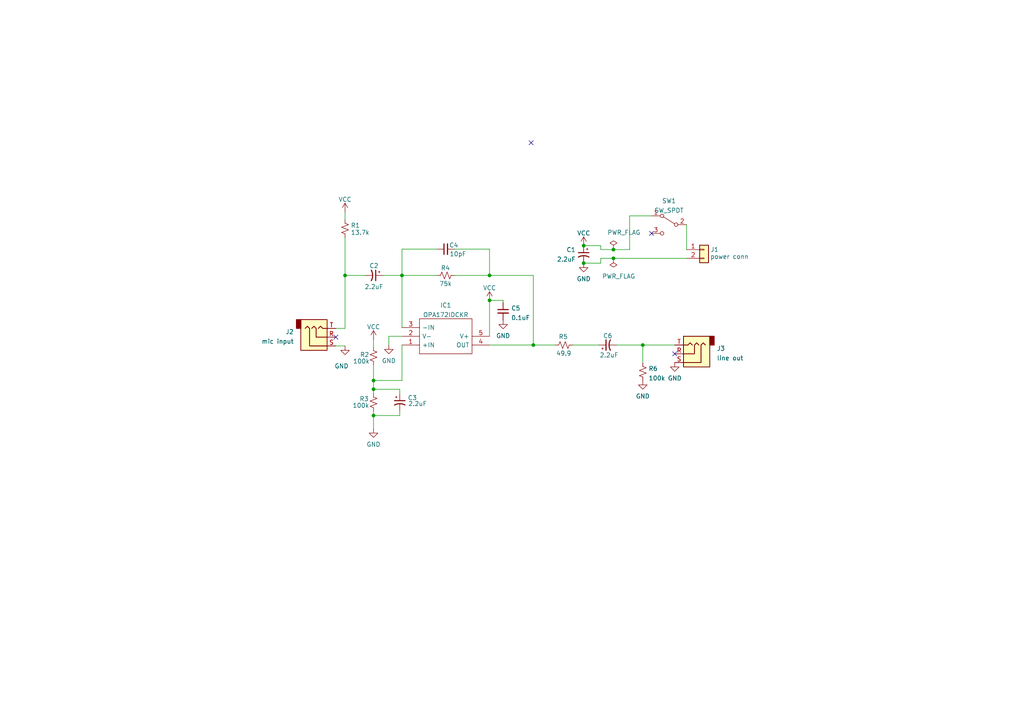
<source format=kicad_sch>
(kicad_sch (version 20211123) (generator eeschema)
  (paper "A4")
  (lib_symbols
    (symbol "Connector:AudioJack3"
      (property "Reference" "J" (at 0 8.89 0))
      (property "Value" "AudioJack3" (at 0 6.35 0))
      (symbol "AudioJack3_0_1"
        (rectangle (start -5.08 -5.08) (end -6.35 -2.54) (stroke (width 0.254)) (fill (type outline)))
        (polyline (pts (xy 0 -2.54) (xy 0.635 -3.175) (xy 1.27 -2.54) (xy 2.54 -2.54)) (stroke (width 0.254)))
        (polyline (pts (xy -1.905 -2.54) (xy -1.27 -3.175) (xy -0.635 -2.54) (xy -0.635 0) (xy 2.54 0)) (stroke (width 0.254)))
        (polyline (pts (xy 2.54 2.54) (xy -2.54 2.54) (xy -2.54 -2.54) (xy -3.175 -3.175) (xy -3.81 -2.54)) (stroke (width 0.254)))
        (rectangle (start 2.54 3.81) (end -5.08 -5.08) (stroke (width 0.254)) (fill (type background)))
      )
      (symbol "AudioJack3_1_1"
        (pin passive line (at 5.08 0 180) (length 2.54) (name "~") (number "R"))
        (pin passive line (at 5.08 2.54 180) (length 2.54) (name "~") (number "S"))
        (pin passive line (at 5.08 -2.54 180) (length 2.54) (name "~") (number "T"))
      )
    )
    (symbol "Connector_Generic:Conn_01x02" (pin_names (offset 1.016) hide)
      (property "Reference" "J" (at 0 2.54 0))
      (property "Value" "Conn_01x02" (at 0 -5.08 0))
      (symbol "Conn_01x02_1_1"
        (rectangle (start -1.27 -2.413) (end 0 -2.667) (stroke (width 0.1524)))
        (rectangle (start -1.27 0.127) (end 0 -0.127) (stroke (width 0.1524)))
        (rectangle (start -1.27 1.27) (end 1.27 -3.81) (stroke (width 0.254)) (fill (type background)))
        (pin passive line (at -5.08 0 0) (length 3.81) (name "Pin_1") (number "1"))
        (pin passive line (at -5.08 -2.54 0) (length 3.81) (name "Pin_2") (number "2"))
      )
    )
    (symbol "Device:C_Polarized_Small_US" (pin_numbers hide) (pin_names (offset 0.254) hide)
      (property "Reference" "C" (at 0.254 1.778 0))
      (property "Value" "C_Polarized_Small_US" (at 0.254 -2.032 0))
      (symbol "C_Polarized_Small_US_0_1"
        (polyline (pts (xy -1.524 0.508) (xy 1.524 0.508)) (stroke (width 0.3048)))
        (polyline (pts (xy -1.27 1.524) (xy -0.762 1.524)))
        (polyline (pts (xy -1.016 1.27) (xy -1.016 1.778)))
        (arc (start 1.524 -0.762) (mid 0 -0.3734) (end -1.524 -0.762) (stroke (width 0.3048)))
      )
      (symbol "C_Polarized_Small_US_1_1"
        (pin passive line (at 0 2.54 270) (length 2.032) (name "~") (number "1"))
        (pin passive line (at 0 -2.54 90) (length 2.032) (name "~") (number "2"))
      )
    )
    (symbol "Device:C_Small" (pin_numbers hide) (pin_names (offset 0.254) hide)
      (property "Reference" "C" (at 0.254 1.778 0))
      (property "Value" "C_Small" (at 0.254 -2.032 0))
      (symbol "C_Small_0_1"
        (polyline (pts (xy -1.524 -0.508) (xy 1.524 -0.508)) (stroke (width 0.3302)))
        (polyline (pts (xy -1.524 0.508) (xy 1.524 0.508)) (stroke (width 0.3048)))
      )
      (symbol "C_Small_1_1"
        (pin passive line (at 0 2.54 270) (length 2.032) (name "~") (number "1"))
        (pin passive line (at 0 -2.54 90) (length 2.032) (name "~") (number "2"))
      )
    )
    (symbol "Device:R_Small_US" (pin_numbers hide) (pin_names (offset 0.254) hide)
      (property "Reference" "R" (at 0.762 0.508 0))
      (property "Value" "R_Small_US" (at 0.762 -1.016 0))
      (symbol "R_Small_US_1_1"
        (polyline (pts (xy 0 0) (xy 1.016 -0.381) (xy 0 -0.762) (xy -1.016 -1.143) (xy 0 -1.524)))
        (polyline (pts (xy 0 1.524) (xy 1.016 1.143) (xy 0 0.762) (xy -1.016 0.381) (xy 0 0)))
        (pin passive line (at 0 2.54 270) (length 1.016) (name "~") (number "1"))
        (pin passive line (at 0 -2.54 90) (length 1.016) (name "~") (number "2"))
      )
    )
    (symbol "SamacSys_Parts:OPA172IDCKR" (pin_names (offset 0.762))
      (property "Reference" "IC" (at 21.59 7.62 0))
      (property "Value" "OPA172IDCKR" (at 21.59 5.08 0))
      (symbol "OPA172IDCKR_0_0"
        (pin passive line (at 0 0 0) (length 5.08) (name "+IN") (number "1"))
        (pin passive line (at 0 -2.54 0) (length 5.08) (name "V-") (number "2"))
        (pin passive line (at 0 -5.08 0) (length 5.08) (name "-IN") (number "3"))
        (pin passive line (at 25.4 0 180) (length 5.08) (name "OUT") (number "4"))
        (pin passive line (at 25.4 -2.54 180) (length 5.08) (name "V+") (number "5"))
      )
      (symbol "OPA172IDCKR_0_1"
        (polyline (pts (xy 5.08 2.54) (xy 20.32 2.54) (xy 20.32 -7.62) (xy 5.08 -7.62) (xy 5.08 2.54)) (stroke (width 0.1524)))
      )
    )
    (symbol "Switch:SW_SPDT" (pin_names (offset 0) hide)
      (property "Reference" "SW" (at 0 4.318 0))
      (property "Value" "SW_SPDT" (at 0 -5.08 0))
      (symbol "SW_SPDT_0_0"
        (circle (center -2.032 0) (radius 0.508))
        (circle (center 2.032 -2.54) (radius 0.508))
      )
      (symbol "SW_SPDT_0_1"
        (polyline (pts (xy -1.524 0.254) (xy 1.651 2.286)))
        (circle (center 2.032 2.54) (radius 0.508))
      )
      (symbol "SW_SPDT_1_1"
        (pin passive line (at 5.08 2.54 180) (length 2.54) (name "A") (number "1"))
        (pin passive line (at -5.08 0 0) (length 2.54) (name "B") (number "2"))
        (pin passive line (at 5.08 -2.54 180) (length 2.54) (name "C") (number "3"))
      )
    )
    (symbol "power:GND" (power) (pin_names (offset 0))
      (property "Value" "GND" (at 0 -3.81 0))
      (symbol "GND_0_1"
        (polyline (pts (xy 0 0) (xy 0 -1.27) (xy 1.27 -1.27) (xy 0 -2.54) (xy -1.27 -1.27) (xy 0 -1.27)))
      )
      (symbol "GND_1_1"
        (pin power_in line (at 0 0 270) (length 0) hide (name "GND") (number "1"))
      )
    )
    (symbol "power:PWR_FLAG" (power) (pin_numbers hide) (pin_names (offset 0) hide)
      (property "Value" "PWR_FLAG" (at 0 3.81 0))
      (symbol "PWR_FLAG_0_0"
        (pin power_out line (at 0 0 90) (length 0) (name "pwr") (number "1"))
      )
      (symbol "PWR_FLAG_0_1"
        (polyline (pts (xy 0 0) (xy 0 1.27) (xy -1.016 1.905) (xy 0 2.54) (xy 1.016 1.905) (xy 0 1.27)))
      )
    )
    (symbol "power:VCC" (power) (pin_names (offset 0))
      (property "Value" "VCC" (at 0 3.81 0))
      (symbol "VCC_0_1"
        (polyline (pts (xy -0.762 1.27) (xy 0 2.54)))
        (polyline (pts (xy 0 0) (xy 0 2.54)))
        (polyline (pts (xy 0 2.54) (xy 0.762 1.27)))
      )
      (symbol "VCC_1_1"
        (pin power_in line (at 0 0 90) (length 0) hide (name "VCC") (number "1"))
      )
    )
  )
  (junction (at 186.436 100.076))
  (junction (at 169.291 71.247))
  (junction (at 177.927 74.93))
  (junction (at 100.076 79.883))
  (junction (at 154.686 100.076))
  (junction (at 169.291 76.327))
  (junction (at 108.331 112.903))
  (junction (at 108.331 110.363))
  (junction (at 141.986 79.883))
  (junction (at 108.331 120.523))
  (junction (at 177.927 72.39))
  (junction (at 116.586 79.883))
  (junction (at 141.986 87.122))
  (no_connect (at 97.409 97.79))
  (no_connect (at 188.976 67.691))
  (no_connect (at 154.051 41.402))
  (no_connect (at 195.707 102.616))
  (wire (pts (xy 154.686 79.883) (xy 154.686 100.076)))
  (wire (pts (xy 174.244 74.93) (xy 174.244 76.327)))
  (wire (pts (xy 199.136 65.151) (xy 199.136 72.39)))
  (wire (pts (xy 145.923 87.122) (xy 141.986 87.122)))
  (wire (pts (xy 116.586 100.076) (xy 116.586 110.363)))
  (wire (pts (xy 100.076 95.25) (xy 100.076 79.883)))
  (wire (pts (xy 186.436 100.076) (xy 195.707 100.076)))
  (wire (pts (xy 131.826 79.883) (xy 141.986 79.883)))
  (wire (pts (xy 154.686 100.076) (xy 141.986 100.076)))
  (wire (pts (xy 116.586 72.263) (xy 126.746 72.263)))
  (wire (pts (xy 186.436 100.076) (xy 186.436 105.283)))
  (wire (pts (xy 116.586 79.883) (xy 126.746 79.883)))
  (wire (pts (xy 182.626 62.611) (xy 182.626 72.39)))
  (wire (pts (xy 108.331 98.425) (xy 108.331 100.711)))
  (wire (pts (xy 108.331 112.903) (xy 108.331 114.173)))
  (wire (pts (xy 174.244 72.39) (xy 174.244 71.247)))
  (wire (pts (xy 178.816 100.076) (xy 186.436 100.076)))
  (wire (pts (xy 177.927 74.93) (xy 174.244 74.93)))
  (wire (pts (xy 108.331 105.791) (xy 108.331 110.363)))
  (wire (pts (xy 199.136 74.93) (xy 177.927 74.93)))
  (wire (pts (xy 141.986 72.263) (xy 141.986 79.883)))
  (wire (pts (xy 141.986 87.122) (xy 141.986 97.536)))
  (wire (pts (xy 116.586 79.883) (xy 116.586 72.263)))
  (wire (pts (xy 131.826 72.263) (xy 141.986 72.263)))
  (wire (pts (xy 166.116 100.076) (xy 173.736 100.076)))
  (wire (pts (xy 174.244 71.247) (xy 169.291 71.247)))
  (wire (pts (xy 100.076 79.883) (xy 105.918 79.883)))
  (wire (pts (xy 108.331 110.363) (xy 108.331 112.903)))
  (wire (pts (xy 110.998 79.883) (xy 116.586 79.883)))
  (wire (pts (xy 108.331 120.523) (xy 108.331 124.333)))
  (wire (pts (xy 115.951 120.523) (xy 108.331 120.523)))
  (wire (pts (xy 97.409 95.25) (xy 100.076 95.25)))
  (wire (pts (xy 100.076 79.883) (xy 100.076 68.834)))
  (wire (pts (xy 115.951 119.253) (xy 115.951 120.523)))
  (wire (pts (xy 108.331 110.363) (xy 116.586 110.363)))
  (wire (pts (xy 115.951 114.173) (xy 115.951 112.903)))
  (wire (pts (xy 174.244 76.327) (xy 169.291 76.327)))
  (wire (pts (xy 100.076 100.33) (xy 97.409 100.33)))
  (wire (pts (xy 188.976 62.611) (xy 182.626 62.611)))
  (wire (pts (xy 182.626 72.39) (xy 177.927 72.39)))
  (wire (pts (xy 141.986 79.883) (xy 154.686 79.883)))
  (wire (pts (xy 116.586 94.996) (xy 116.586 79.883)))
  (wire (pts (xy 154.686 100.076) (xy 161.036 100.076)))
  (wire (pts (xy 112.776 97.536) (xy 112.776 100.076)))
  (wire (pts (xy 100.076 63.754) (xy 100.076 61.468)))
  (wire (pts (xy 177.927 72.39) (xy 174.244 72.39)))
  (wire (pts (xy 108.331 120.523) (xy 108.331 119.253)))
  (wire (pts (xy 115.951 112.903) (xy 108.331 112.903)))
  (wire (pts (xy 116.586 97.536) (xy 112.776 97.536)))
  (wire (pts (xy 145.923 87.757) (xy 145.923 87.122)))
  (symbol (lib_id "Device:C_Small") (at 145.923 90.297 0) (unit 1)
    (property "Reference" "C5" (at 148.2471 89.3948 0) (effects (justify left)))
    (property "Value" "0.1uF" (at 148.2471 92.1699 0) (effects (justify left)))
    (property "Footprint" "Capacitor_SMD:C_0603_1608Metric_Pad1.08x0.95mm_HandSolder" (effects hide))
  )
  (symbol (lib_id "power:VCC") (at 141.986 87.122 0) (unit 1)
    (property "Reference" "#PWR08" (effects hide))
    (property "Value" "VCC" (at 141.986 83.5175 0))
  )
  (symbol (lib_id "Connector:AudioJack3") (at 200.787 102.616 180) (unit 1)
    (property "Reference" "J3" (at 207.899 101.0725 0) (effects (justify right)))
    (property "Value" "line out" (at 207.899 103.8476 0) (effects (justify right)))
    (property "Footprint" "Connector_Audio:CUI_SJ1-3523N" (effects hide))
  )
  (symbol (lib_id "Switch:SW_SPDT") (at 194.056 65.151 0) (mirror y) (unit 1)
    (property "Reference" "SW1" (at 194.056 58.2635 0))
    (property "Value" "SW_SPDT" (at 194.056 61.0386 0))
    (property "Footprint" "Button_Switch_THT:LSS12-V-B" (effects hide))
  )
  (symbol (lib_id "power:VCC") (at 108.331 98.425 0) (unit 1)
    (property "Reference" "#PWR05" (effects hide))
    (property "Value" "VCC" (at 108.331 94.8205 0))
  )
  (symbol (lib_id "SamacSys_Parts:OPA172IDCKR") (at 116.586 100.076 0) (mirror x) (unit 1)
    (property "Reference" "IC1" (at 129.286 88.5403 0))
    (property "Value" "OPA172IDCKR" (at 129.286 91.3154 0))
    (property "Footprint" "Package_TO_SOT_SMD:SOT-353_SC-70-5_Handsoldering" (effects hide))
    (property "Datasheet" "https://datasheet.lcsc.com/szlcsc/Texas-Instruments-TI-OPA172IDCKR_C84622.pdf" (effects hide))
    (property "Description" "General Purpose Amplifiers General Purpose 1 4.5V ~{} 36V, +/-2.25V ~{} 18V 10MHz 10 V/us SC-70-5 RoHS" (effects hide))
    (property "Height" "1.1" (effects hide))
    (property "Mouser Part Number" "595-OPA172IDCKR" (effects hide))
    (property "Mouser Price/Stock" "https://www.mouser.co.uk/ProductDetail/Texas-Instruments/OPA172IDCKR/?qs=%2Fd%252BFzHvH4c16oKsohKXwRQ%3D%3D" (effects hide))
    (property "Manufacturer_Name" "Texas Instruments" (effects hide))
    (property "Manufacturer_Part_Number" "OPA172IDCKR" (effects hide))
  )
  (symbol (lib_id "Device:R_Small_US") (at 108.331 116.713 0) (unit 1)
    (property "Reference" "R3" (at 104.267 115.697 0) (effects (justify left)))
    (property "Value" "100k" (at 102.235 117.602 0) (effects (justify left)))
    (property "Footprint" "Resistor_SMD:R_0603_1608Metric_Pad0.98x0.95mm_HandSolder" (effects hide))
  )
  (symbol (lib_id "Device:R_Small_US") (at 100.076 66.294 0) (unit 1)
    (property "Reference" "R1" (at 101.727 65.3855 0) (effects (justify left)))
    (property "Value" "13.7k" (at 101.727 67.437 0) (effects (justify left)))
    (property "Footprint" "Resistor_SMD:R_0603_1608Metric_Pad0.98x0.95mm_HandSolder" (effects hide))
  )
  (symbol (lib_id "Device:R_Small_US") (at 163.576 100.076 90) (unit 1)
    (property "Reference" "R5" (at 164.719 97.663 90) (effects (justify left)))
    (property "Value" "49.9" (at 165.735 102.489 90) (effects (justify left)))
    (property "Footprint" "Resistor_SMD:R_0603_1608Metric_Pad0.98x0.95mm_HandSolder" (effects hide))
  )
  (symbol (lib_id "power:PWR_FLAG") (at 177.927 74.93 0) (mirror x) (unit 1)
    (property "Reference" "#FLG0102" (effects hide))
    (property "Value" "PWR_FLAG" (at 184.277 80.137 0) (effects (justify right)))
  )
  (symbol (lib_id "Device:C_Polarized_Small_US") (at 176.276 100.076 90) (unit 1)
    (property "Reference" "C6" (at 176.276 97.409 90))
    (property "Value" "2.2uF" (at 176.657 102.997 90))
    (property "Footprint" "Capacitor_Tantalum_SMD:CP_EIA-3216-18_Kemet-A_Pad1.58x1.35mm_HandSolder" (effects hide))
  )
  (symbol (lib_id "Connector_Generic:Conn_01x02") (at 204.216 72.39 0) (unit 1)
    (property "Reference" "J1" (at 207.264 72.39 0))
    (property "Value" "power conn" (at 211.582 74.422 0))
    (property "Footprint" "Connector_PinSocket_2.54mm:PinSocket_1x02_P2.54mm_Vertical" (effects hide))
  )
  (symbol (lib_id "Device:C_Polarized_Small_US") (at 169.291 73.787 0) (mirror y) (unit 1)
    (property "Reference" "C1" (at 166.9796 72.4467 0) (effects (justify left)))
    (property "Value" "2.2uF" (at 166.9796 75.2218 0) (effects (justify left)))
    (property "Footprint" "Capacitor_Tantalum_SMD:CP_EIA-3216-18_Kemet-A_Pad1.58x1.35mm_HandSolder" (effects hide))
  )
  (symbol (lib_id "power:GND") (at 145.923 92.837 0) (unit 1)
    (property "Reference" "#PWR09" (effects hide))
    (property "Value" "GND" (at 145.923 97.3995 0))
  )
  (symbol (lib_id "power:GND") (at 108.331 124.333 0) (unit 1)
    (property "Reference" "#PWR06" (effects hide))
    (property "Value" "GND" (at 108.331 128.8955 0))
  )
  (symbol (lib_id "power:GND") (at 100.076 100.33 0) (unit 1)
    (property "Reference" "#PWR04" (effects hide))
    (property "Value" "GND" (at 99.06 106.172 0))
  )
  (symbol (lib_id "Connector:AudioJack3") (at 92.329 97.79 0) (mirror x) (unit 1)
    (property "Reference" "J2" (at 85.2171 96.2465 0) (effects (justify right)))
    (property "Value" "mic input" (at 85.2171 99.0216 0) (effects (justify right)))
    (property "Footprint" "Connector_Audio:CUI_SJ1-3523N" (effects hide))
  )
  (symbol (lib_id "power:PWR_FLAG") (at 177.927 72.39 0) (mirror y) (unit 1)
    (property "Reference" "#FLG0101" (effects hide))
    (property "Value" "PWR_FLAG" (at 180.975 67.437 0))
  )
  (symbol (lib_id "power:GND") (at 195.707 105.156 0) (unit 1)
    (property "Reference" "#PWR0102" (effects hide))
    (property "Value" "GND" (at 195.707 109.7185 0))
  )
  (symbol (lib_id "Device:R_Small_US") (at 108.331 103.251 0) (unit 1)
    (property "Reference" "R2" (at 104.394 102.87 0) (effects (justify left)))
    (property "Value" "100k" (at 102.362 104.775 0) (effects (justify left)))
    (property "Footprint" "Resistor_SMD:R_0603_1608Metric_Pad0.98x0.95mm_HandSolder" (effects hide))
  )
  (symbol (lib_id "power:VCC") (at 100.076 61.468 0) (unit 1)
    (property "Reference" "#PWR03" (effects hide))
    (property "Value" "VCC" (at 100.076 57.8635 0))
  )
  (symbol (lib_id "power:GND") (at 169.291 76.327 0) (mirror y) (unit 1)
    (property "Reference" "#PWR02" (effects hide))
    (property "Value" "GND" (at 169.291 80.8895 0))
  )
  (symbol (lib_id "Device:C_Polarized_Small_US") (at 108.458 79.883 270) (unit 1)
    (property "Reference" "C2" (at 108.458 77.089 90))
    (property "Value" "2.2uF" (at 108.458 83.185 90))
    (property "Footprint" "Capacitor_Tantalum_SMD:CP_EIA-3216-18_Kemet-A_Pad1.58x1.35mm_HandSolder" (effects hide))
  )
  (symbol (lib_id "power:GND") (at 112.776 100.076 0) (unit 1)
    (property "Reference" "#PWR07" (effects hide))
    (property "Value" "GND" (at 112.776 104.6385 0))
  )
  (symbol (lib_id "Device:C_Small") (at 129.286 72.263 90) (unit 1)
    (property "Reference" "C4" (at 132.969 71.12 90) (effects (justify left)))
    (property "Value" "10pF" (at 135.255 73.66 90) (effects (justify left)))
    (property "Footprint" "Capacitor_SMD:C_0603_1608Metric_Pad1.08x0.95mm_HandSolder" (effects hide))
  )
  (symbol (lib_id "Device:C_Polarized_Small_US") (at 115.951 116.713 0) (unit 1)
    (property "Reference" "C3" (at 118.2624 115.3727 0) (effects (justify left)))
    (property "Value" "2.2uF" (at 118.364 117.094 0) (effects (justify left)))
    (property "Footprint" "Capacitor_Tantalum_SMD:CP_EIA-3216-18_Kemet-A_Pad1.58x1.35mm_HandSolder" (effects hide))
  )
  (symbol (lib_id "power:GND") (at 186.436 110.363 0) (unit 1)
    (property "Reference" "#PWR0101" (effects hide))
    (property "Value" "GND" (at 186.436 114.9255 0))
  )
  (symbol (lib_id "Device:R_Small_US") (at 186.436 107.823 0) (unit 1)
    (property "Reference" "R6" (at 188.087 106.9145 0) (effects (justify left)))
    (property "Value" "100k" (at 188.087 109.6896 0) (effects (justify left)))
    (property "Footprint" "Resistor_SMD:R_0603_1608Metric_Pad0.98x0.95mm_HandSolder" (effects hide))
  )
  (symbol (lib_id "Device:R_Small_US") (at 129.286 79.883 90) (unit 1)
    (property "Reference" "R4" (at 130.556 77.724 90) (effects (justify left)))
    (property "Value" "75k" (at 131.064 82.296 90) (effects (justify left)))
    (property "Footprint" "Resistor_SMD:R_0603_1608Metric_Pad0.98x0.95mm_HandSolder" (effects hide))
  )
  (symbol (lib_id "power:VCC") (at 169.291 71.247 0) (mirror y) (unit 1)
    (property "Reference" "#PWR01" (effects hide))
    (property "Value" "VCC" (at 169.291 67.6425 0))
  )
)
</source>
